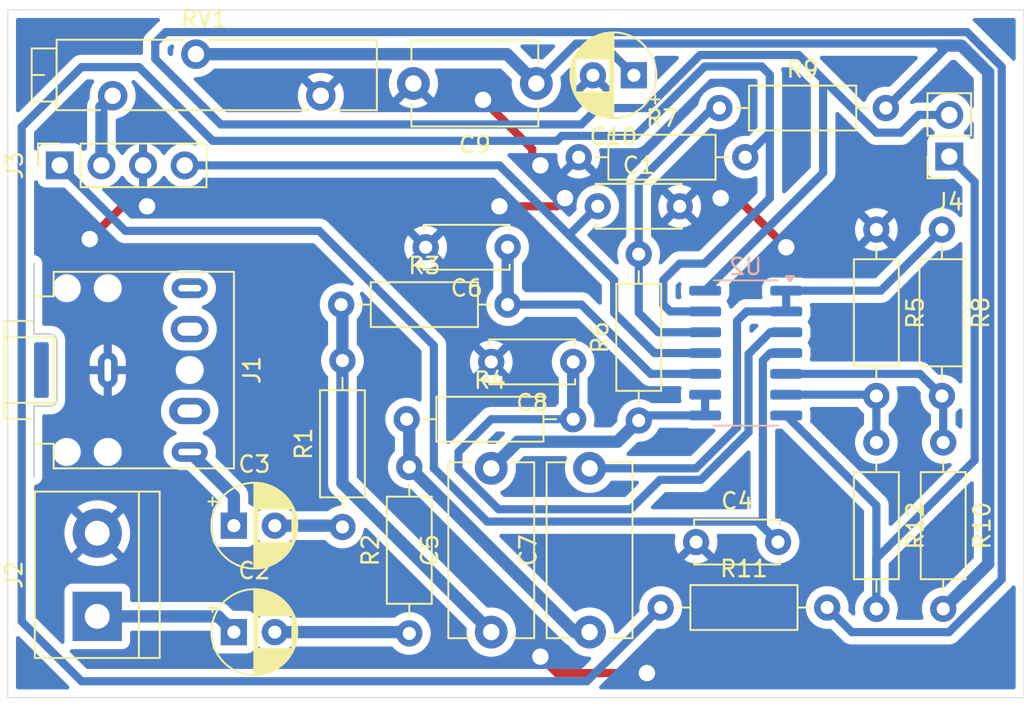
<source format=kicad_pcb>
(kicad_pcb (version 20240108) (generator "pcbnew") (generator_version "8.0")
  (layers (0 "F.Cu" signal) (31 "B.Cu" signal) (34 "B.Paste" user) (35 "F.Paste" user) (36 "B.SilkS" user "B.Silkscreen") (37 "F.SilkS" user "F.Silkscreen") (38 "B.Mask" user) (39 "F.Mask" user) (44 "Edge.Cuts" user))
  (net 0 "")
  (net 1 "-5V")
  (net 2 "GND")
  (net 3 "Net-(C2-Pad2)")
  (net 4 "Net-(C3-Pad1)")
  (net 5 "Net-(C3-Pad2)")
  (net 6 "+5V")
  (net 7 "Net-(C5-Pad1)")
  (net 8 "Net-(U2C--)")
  (net 9 "Net-(U2C-+)")
  (net 10 "Net-(U2A--)")
  (net 11 "Net-(C7-Pad1)")
  (net 12 "Net-(U2A-+)")
  (net 13 "OFFSET")
  (net 15 "+3.3V")
  (net 16 "S1_OUT")
  (net 17 "S2_OUT")
  (net 18 "Net-(U2B--)")
  (net 19 "Net-(U2D-+)")
  (net 20 "Net-(U2D--)")
  (net 21 "Net-(U2B-+)")
  (net 22 "Net-(J2-Pin_1)")
  (footprint "Capacitor_THT:C_Disc_D7.5mm_W5.0mm_P7.50mm" (layer "F.Cu") (at 136.25 82 180)
    (property "Reference" "C9" (at 3.75 -3.75 180) (layer "F.SilkS"))
    (property "Value" "10nF")
    (pad "1" thru_hole circle (at 0 0 180) (size 2 2) (drill 1) (layers "*.Cu" "*.Mask") (net 13 "OFFSET"))
    (pad "2" thru_hole circle (at 7.5 0 180) (size 2 2) (drill 1) (layers "*.Cu" "*.Mask") (net 2 "GND"))
  )
  (footprint "Capacitor_THT:C_Disc_D5.0mm_W2.5mm_P5.00mm" (layer "F.Cu") (at 146 110)
    (property "Reference" "C4" (at 2.5 -2.5 0) (layer "F.SilkS"))
    (property "Value" "100nF")
    (pad "1" thru_hole circle (at 0 0) (size 1.6 1.6) (drill 0.8) (layers "*.Cu" "*.Mask") (net 2 "GND"))
    (pad "2" thru_hole circle (at 5 0) (size 1.6 1.6) (drill 0.8) (layers "*.Cu" "*.Mask") (net 6 "+5V"))
  )
  (footprint "Resistor_THT:R_Axial_DIN0207_L6.3mm_D2.5mm_P10.16mm_Horizontal" (layer "F.Cu") (at 128.5 115.58 90)
    (property "Reference" "R2" (at 5.08 -2.37 -90) (layer "F.SilkS"))
    (property "Value" "5.6K")
    (pad "1" thru_hole circle (at 0 0 90) (size 1.6 1.6) (drill 0.8) (layers "*.Cu" "*.Mask") (net 3 "Net-(C2-Pad2)"))
    (pad "2" thru_hole oval (at 10.16 0 90) (size 1.6 1.6) (drill 0.8) (layers "*.Cu" "*.Mask") (net 11 "Net-(C7-Pad1)"))
  )
  (footprint "Connector_PinSocket_2.54mm:PinSocket_1x04_P2.54mm_Vertical" (layer "F.Cu") (at 107.175 87 90)
    (property "Reference" "J3" (at 0 -2.77 -90) (layer "F.SilkS"))
    (property "Value" "POWER")
    (pad "1" thru_hole rect (at 0 0 90) (size 1.7 1.7) (drill 1) (layers "*.Cu" "*.Mask") (net 6 "+5V"))
    (pad "2" thru_hole oval (at 0 2.54 90) (size 1.7 1.7) (drill 1) (layers "*.Cu" "*.Mask") (net 15 "+3.3V"))
    (pad "3" thru_hole oval (at 0 5.08 90) (size 1.7 1.7) (drill 1) (layers "*.Cu" "*.Mask") (net 2 "GND"))
    (pad "4" thru_hole oval (at 0 7.62 90) (size 1.7 1.7) (drill 1) (layers "*.Cu" "*.Mask") (net 1 "-5V"))
  )
  (footprint "Resistor_THT:R_Axial_DIN0207_L6.3mm_D2.5mm_P10.16mm_Horizontal" (layer "F.Cu") (at 138.84 86.5)
    (property "Reference" "R7" (at 5.08 -2.37 0) (layer "F.SilkS"))
    (property "Value" "100K")
    (pad "1" thru_hole circle (at 0 0) (size 1.6 1.6) (drill 0.8) (layers "*.Cu" "*.Mask") (net 2 "GND"))
    (pad "2" thru_hole oval (at 10.16 0) (size 1.6 1.6) (drill 0.8) (layers "*.Cu" "*.Mask") (net 20 "Net-(U2D--)"))
  )
  (footprint "Capacitor_THT:CP_Radial_D5.0mm_P2.50mm" (layer "F.Cu") (at 117.794888 109)
    (property "Reference" "C3" (at 1.25 -3.75 0) (layer "F.SilkS"))
    (property "Value" "10uF")
    (pad "1" thru_hole rect (at 0 0) (size 1.6 1.6) (drill 0.8) (layers "*.Cu" "*.Mask") (net 4 "Net-(C3-Pad1)"))
    (pad "2" thru_hole circle (at 2.5 0) (size 1.6 1.6) (drill 0.8) (layers "*.Cu" "*.Mask") (net 5 "Net-(C3-Pad2)"))
  )
  (footprint "Resistor_THT:R_Axial_DIN0207_L6.3mm_D2.5mm_P10.16mm_Horizontal" (layer "F.Cu") (at 147.42 83.5)
    (property "Reference" "R9" (at 5.08 -2.37 0) (layer "F.SilkS"))
    (property "Value" "150K")
    (pad "1" thru_hole circle (at 0 0) (size 1.6 1.6) (drill 0.8) (layers "*.Cu" "*.Mask") (net 19 "Net-(U2D-+)"))
    (pad "2" thru_hole oval (at 10.16 0) (size 1.6 1.6) (drill 0.8) (layers "*.Cu" "*.Mask") (net 13 "OFFSET"))
  )
  (footprint "Connector_PinSocket_2.54mm:PinSocket_1x02_P2.54mm_Vertical" (layer "F.Cu") (at 161.45 86.46 180)
    (property "Reference" "J4" (at 0 -2.77 180) (layer "F.SilkS"))
    (property "Value" "DATA")
    (pad "1" thru_hole rect (at 0 0 180) (size 1.7 1.7) (drill 1) (layers "*.Cu" "*.Mask") (net 16 "S1_OUT"))
    (pad "2" thru_hole oval (at 0 2.54 180) (size 1.7 1.7) (drill 1) (layers "*.Cu" "*.Mask") (net 17 "S2_OUT"))
  )
  (footprint "Resistor_THT:R_Axial_DIN0207_L6.3mm_D2.5mm_P10.16mm_Horizontal" (layer "F.Cu") (at 128.34 102.5)
    (property "Reference" "R4" (at 5.08 -2.37 0) (layer "F.SilkS"))
    (property "Value" "10K")
    (pad "1" thru_hole circle (at 0 0) (size 1.6 1.6) (drill 0.8) (layers "*.Cu" "*.Mask") (net 11 "Net-(C7-Pad1)"))
    (pad "2" thru_hole oval (at 10.16 0) (size 1.6 1.6) (drill 0.8) (layers "*.Cu" "*.Mask") (net 12 "Net-(U2A-+)"))
  )
  (footprint "Capacitor_THT:CP_Radial_D5.0mm_P2.50mm" (layer "F.Cu") (at 142.205113 81.5 180)
    (property "Reference" "C10" (at 1.25 -3.75 180) (layer "F.SilkS"))
    (property "Value" "10uF")
    (pad "1" thru_hole rect (at 0 0 180) (size 1.6 1.6) (drill 0.8) (layers "*.Cu" "*.Mask") (net 13 "OFFSET"))
    (pad "2" thru_hole circle (at 2.5 0 180) (size 1.6 1.6) (drill 0.8) (layers "*.Cu" "*.Mask") (net 2 "GND"))
  )
  (footprint "Resistor_THT:R_Axial_DIN0207_L6.3mm_D2.5mm_P10.16mm_Horizontal" (layer "F.Cu") (at 161 90.92 -90)
    (property "Reference" "R8" (at 5.08 -2.37 90) (layer "F.SilkS"))
    (property "Value" "100K")
    (pad "1" thru_hole circle (at 0 0 270) (size 1.6 1.6) (drill 0.8) (layers "*.Cu" "*.Mask") (net 10 "Net-(U2A--)"))
    (pad "2" thru_hole oval (at 10.16 0 270) (size 1.6 1.6) (drill 0.8) (layers "*.Cu" "*.Mask") (net 21 "Net-(U2B-+)"))
  )
  (footprint "Capacitor_THT:C_Disc_D5.0mm_W2.5mm_P5.00mm" (layer "F.Cu") (at 140 89.5)
    (property "Reference" "C1" (at 2.5 -2.5 0) (layer "F.SilkS"))
    (property "Value" "100nF")
    (pad "1" thru_hole circle (at 0 0) (size 1.6 1.6) (drill 0.8) (layers "*.Cu" "*.Mask") (net 1 "-5V"))
    (pad "2" thru_hole circle (at 5 0) (size 1.6 1.6) (drill 0.8) (layers "*.Cu" "*.Mask") (net 2 "GND"))
  )
  (footprint "Resistor_THT:R_Axial_DIN0207_L6.3mm_D2.5mm_P10.16mm_Horizontal" (layer "F.Cu") (at 143.84 114)
    (property "Reference" "R11" (at 5.08 -2.37 0) (layer "F.SilkS"))
    (property "Value" "150K")
    (pad "1" thru_hole circle (at 0 0) (size 1.6 1.6) (drill 0.8) (layers "*.Cu" "*.Mask") (net 20 "Net-(U2D--)"))
    (pad "2" thru_hole oval (at 10.16 0) (size 1.6 1.6) (drill 0.8) (layers "*.Cu" "*.Mask") (net 17 "S2_OUT"))
  )
  (footprint "Potentiometer_THT:Potentiometer_Bourns_3005_Horizontal" (layer "F.Cu") (at 123.1 82.75)
    (property "Reference" "RV1" (at -7.11 -4.69 0) (layer "F.SilkS"))
    (property "Value" "10K")
    (pad "1" thru_hole circle (at 0 0) (size 1.8 1.8) (drill 1) (layers "*.Cu" "*.Mask") (net 2 "GND"))
    (pad "2" thru_hole circle (at -7.62 -2.54) (size 1.8 1.8) (drill 1) (layers "*.Cu" "*.Mask") (net 13 "OFFSET"))
    (pad "3" thru_hole circle (at -12.7 0) (size 1.8 1.8) (drill 1) (layers "*.Cu" "*.Mask") (net 15 "+3.3V"))
  )
  (footprint "Connector_Audio:Jack_3.5mm_CUI_SJ1-3525N_Horizontal" (layer "F.Cu") (at 110.1 99.5 -90)
    (property "Reference" "J1" (at 0 -8.8 90) (layer "F.SilkS"))
    (property "Value" "S2_INPUT")
    (fp_line (start -2.2 4.5) (end -6.5 4.5) (stroke (width 0.12)) (layer "Edge.Cuts"))
    (fp_line (start 2.2 4.5) (end 6.5 4.5) (stroke (width 0.12)) (layer "Edge.Cuts"))
    (fp_line (start -2.2 3.5) (end -2.2 4.5) (stroke (width 0.12)) (layer "Edge.Cuts"))
    (fp_line (start 2.2 3.5) (end 2.2 4.5) (stroke (width 0.12)) (layer "Edge.Cuts"))
    (fp_line (start 1.8 3.1) (end -1.8 3.1) (stroke (width 0.12)) (layer "Edge.Cuts"))
    (fp_arc (start -2.2 3.5) (mid -2.082842 3.217158) (end -1.8 3.1) (stroke (width 0.12)) (layer "Edge.Cuts"))
    (fp_arc (start 1.8 3.1) (mid 2.082843 3.217157) (end 2.2 3.5) (stroke (width 0.12)) (layer "Edge.Cuts"))
    (pad "" np_thru_hole circle (at -5 0 270) (size 1.2 1.2) (drill 1.2) (layers "F&B.Cu" "*.Mask"))
    (pad "" np_thru_hole circle (at -5 2.5 270) (size 1.2 1.2) (drill 1.2) (layers "F&B.Cu" "*.Mask"))
    (pad "" np_thru_hole circle (at 0 -5 270) (size 1.2 1.2) (drill 1.2) (layers "F&B.Cu" "*.Mask"))
    (pad "" np_thru_hole circle (at 5 0 270) (size 1.2 1.2) (drill 1.2) (layers "F&B.Cu" "*.Mask"))
    (pad "" np_thru_hole circle (at 5 2.5 270) (size 1.2 1.2) (drill 1.2) (layers "F&B.Cu" "*.Mask"))
    (pad "R" thru_hole oval (at -5 -5 270) (size 1.2 2.2) (drill oval 0.4 1.4) (layers "*.Cu" "*.Mask"))
    (pad "RN" thru_hole oval (at -2.5 -5 270) (size 1.6 2.3) (drill oval 0.8 1.5) (layers "*.Cu" "*.Mask"))
    (pad "S" thru_hole oval (at 0 0 270) (size 2.2 1.2) (drill oval 1.4 0.4) (layers "*.Cu" "*.Mask") (net 2 "GND"))
    (pad "T" thru_hole oval (at 5 -5 90) (size 1.2 2.2) (drill oval 0.4 1.4) (layers "*.Cu" "*.Mask") (net 4 "Net-(C3-Pad1)"))
    (pad "TN" thru_hole oval (at 2.5 -5 90) (size 1.6 2.5) (drill oval 0.8 1.5) (layers "*.Cu" "*.Mask"))
  )
  (footprint "Resistor_THT:R_Axial_DIN0207_L6.3mm_D2.5mm_P10.16mm_Horizontal" (layer "F.Cu") (at 124.42 109.08 90)
    (property "Reference" "R1" (at 5.08 -2.37 -90) (layer "F.SilkS"))
    (property "Value" "5.6K")
    (pad "1" thru_hole circle (at 0 0 90) (size 1.6 1.6) (drill 0.8) (layers "*.Cu" "*.Mask") (net 5 "Net-(C3-Pad2)"))
    (pad "2" thru_hole oval (at 10.16 0 90) (size 1.6 1.6) (drill 0.8) (layers "*.Cu" "*.Mask") (net 7 "Net-(C5-Pad1)"))
  )
  (footprint "Resistor_THT:R_Axial_DIN0207_L6.3mm_D2.5mm_P10.16mm_Horizontal" (layer "F.Cu") (at 142.5 102.58 90)
    (property "Reference" "R6" (at 5.08 -2.37 -90) (layer "F.SilkS"))
    (property "Value" "100K")
    (pad "1" thru_hole circle (at 0 0 90) (size 1.6 1.6) (drill 0.8) (layers "*.Cu" "*.Mask") (net 8 "Net-(U2C--)"))
    (pad "2" thru_hole oval (at 10.16 0 90) (size 1.6 1.6) (drill 0.8) (layers "*.Cu" "*.Mask") (net 19 "Net-(U2D-+)"))
  )
  (footprint "Capacitor_THT:C_Disc_D5.0mm_W2.5mm_P5.00mm" (layer "F.Cu") (at 138.5 99 180)
    (property "Reference" "C8" (at 2.5 -2.5 180) (layer "F.SilkS"))
    (property "Value" "5.6nF")
    (pad "1" thru_hole circle (at 0 0 180) (size 1.6 1.6) (drill 0.8) (layers "*.Cu" "*.Mask") (net 12 "Net-(U2A-+)"))
    (pad "2" thru_hole circle (at 5 0 180) (size 1.6 1.6) (drill 0.8) (layers "*.Cu" "*.Mask") (net 2 "GND"))
  )
  (footprint "Capacitor_THT:C_Disc_D10.5mm_W5.0mm_P10.00mm" (layer "F.Cu") (at 139.5 115.5 90)
    (property "Reference" "C7" (at 5 -3.75 -90) (layer "F.SilkS"))
    (property "Value" "10nF")
    (pad "1" thru_hole circle (at 0 0 90) (size 2 2) (drill 1) (layers "*.Cu" "*.Mask") (net 11 "Net-(C7-Pad1)"))
    (pad "2" thru_hole circle (at 10 0 90) (size 2 2) (drill 1) (layers "*.Cu" "*.Mask") (net 10 "Net-(U2A--)"))
  )
  (footprint "Resistor_THT:R_Axial_DIN0207_L6.3mm_D2.5mm_P10.16mm_Horizontal" (layer "F.Cu") (at 161.08 103.92 -90)
    (property "Reference" "R10" (at 5.08 -2.37 90) (layer "F.SilkS"))
    (property "Value" "150K")
    (pad "1" thru_hole circle (at 0 0 270) (size 1.6 1.6) (drill 0.8) (layers "*.Cu" "*.Mask") (net 21 "Net-(U2B-+)"))
    (pad "2" thru_hole oval (at 10.16 0 270) (size 1.6 1.6) (drill 0.8) (layers "*.Cu" "*.Mask") (net 13 "OFFSET"))
  )
  (footprint "Capacitor_THT:C_Disc_D5.0mm_W2.5mm_P5.00mm" (layer "F.Cu") (at 134.5 92 180)
    (property "Reference" "C6" (at 2.5 -2.5 180) (layer "F.SilkS"))
    (property "Value" "5.6nF")
    (pad "1" thru_hole circle (at 0 0 180) (size 1.6 1.6) (drill 0.8) (layers "*.Cu" "*.Mask") (net 9 "Net-(U2C-+)"))
    (pad "2" thru_hole circle (at 5 0 180) (size 1.6 1.6) (drill 0.8) (layers "*.Cu" "*.Mask") (net 2 "GND"))
  )
  (footprint "Capacitor_THT:CP_Radial_D5.0mm_P2.50mm" (layer "F.Cu") (at 117.794888 115.5)
    (property "Reference" "C2" (at 1.25 -3.75 0) (layer "F.SilkS"))
    (property "Value" "10uF")
    (pad "1" thru_hole rect (at 0 0) (size 1.6 1.6) (drill 0.8) (layers "*.Cu" "*.Mask") (net 22 "Net-(J2-Pin_1)"))
    (pad "2" thru_hole circle (at 2.5 0) (size 1.6 1.6) (drill 0.8) (layers "*.Cu" "*.Mask") (net 3 "Net-(C2-Pad2)"))
  )
  (footprint "Resistor_THT:R_Axial_DIN0207_L6.3mm_D2.5mm_P10.16mm_Horizontal" (layer "F.Cu") (at 124.34 95.5)
    (property "Reference" "R3" (at 5.08 -2.37 0) (layer "F.SilkS"))
    (property "Value" "10K")
    (pad "1" thru_hole circle (at 0 0) (size 1.6 1.6) (drill 0.8) (layers "*.Cu" "*.Mask") (net 7 "Net-(C5-Pad1)"))
    (pad "2" thru_hole oval (at 10.16 0) (size 1.6 1.6) (drill 0.8) (layers "*.Cu" "*.Mask") (net 9 "Net-(U2C-+)"))
  )
  (footprint "Resistor_THT:R_Axial_DIN0207_L6.3mm_D2.5mm_P10.16mm_Horizontal" (layer "F.Cu") (at 157 90.92 -90)
    (property "Reference" "R5" (at 5.08 -2.37 90) (layer "F.SilkS"))
    (property "Value" "100K")
    (pad "1" thru_hole circle (at 0 0 270) (size 1.6 1.6) (drill 0.8) (layers "*.Cu" "*.Mask") (net 2 "GND"))
    (pad "2" thru_hole oval (at 10.16 0 270) (size 1.6 1.6) (drill 0.8) (layers "*.Cu" "*.Mask") (net 18 "Net-(U2B--)"))
  )
  (footprint "Capacitor_THT:C_Disc_D10.5mm_W5.0mm_P10.00mm" (layer "F.Cu") (at 133.5 115.5 90)
    (property "Reference" "C5" (at 5 -3.75 -90) (layer "F.SilkS"))
    (property "Value" "10nF")
    (pad "1" thru_hole circle (at 0 0 90) (size 2 2) (drill 1) (layers "*.Cu" "*.Mask") (net 7 "Net-(C5-Pad1)"))
    (pad "2" thru_hole circle (at 10 0 90) (size 2 2) (drill 1) (layers "*.Cu" "*.Mask") (net 8 "Net-(U2C--)"))
  )
  (footprint "TerminalBlock:TerminalBlock_bornier-2_P5.08mm" (layer "F.Cu") (at 109.46 114.54 90)
    (property "Reference" "J2" (at 2.54 -5.08 -90) (layer "F.SilkS"))
    (property "Value" "S1_INPUT")
    (pad "1" thru_hole rect (at 0 0 90) (size 3 3) (drill 1.52) (layers "*.Cu" "*.Mask") (net 22 "Net-(J2-Pin_1)"))
    (pad "2" thru_hole circle (at 5.08 0 90) (size 3 3) (drill 1.52) (layers "*.Cu" "*.Mask") (net 2 "GND"))
  )
  (footprint "Resistor_THT:R_Axial_DIN0207_L6.3mm_D2.5mm_P10.16mm_Horizontal" (layer "F.Cu") (at 157 103.92 -90)
    (property "Reference" "R12" (at 5.08 -2.37 90) (layer "F.SilkS"))
    (property "Value" "150K")
    (pad "1" thru_hole circle (at 0 0 270) (size 1.6 1.6) (drill 0.8) (layers "*.Cu" "*.Mask") (net 18 "Net-(U2B--)"))
    (pad "2" thru_hole oval (at 10.16 0 270) (size 1.6 1.6) (drill 0.8) (layers "*.Cu" "*.Mask") (net 16 "S1_OUT"))
  )
  (footprint "Package_SO:SOIC-14_3.9x8.7mm_P1.27mm" (layer "B.Cu") (at 149.025 98.46 180)
    (property "Reference" "U2" (at 0 5.28 180) (layer "B.SilkS") (effects (justify mirror)))
    (property "Value" "OPA4134")
    (pad "1" smd roundrect (at -2.475 3.81 180) (size 1.95 0.6) (layers "B.Cu" "B.Paste" "B.Mask") (net 10 "Net-(U2A--)"))
    (pad "2" smd roundrect (at -2.475 2.54 180) (size 1.95 0.6) (layers "B.Cu" "B.Paste" "B.Mask") (net 10 "Net-(U2A--)"))
    (pad "3" smd roundrect (at -2.475 1.27 180) (size 1.95 0.6) (layers "B.Cu" "B.Paste" "B.Mask") (net 12 "Net-(U2A-+)"))
    (pad "4" smd roundrect (at -2.475 0 180) (size 1.95 0.6) (layers "B.Cu" "B.Paste" "B.Mask") (net 6 "+5V"))
    (pad "5" smd roundrect (at -2.475 -1.27 180) (size 1.95 0.6) (layers "B.Cu" "B.Paste" "B.Mask") (net 21 "Net-(U2B-+)"))
    (pad "6" smd roundrect (at -2.475 -2.54 180) (size 1.95 0.6) (layers "B.Cu" "B.Paste" "B.Mask") (net 18 "Net-(U2B--)"))
    (pad "7" smd roundrect (at -2.475 -3.81 180) (size 1.95 0.6) (layers "B.Cu" "B.Paste" "B.Mask") (net 16 "S1_OUT"))
    (pad "8" smd roundrect (at 2.475 -3.81 180) (size 1.95 0.6) (layers "B.Cu" "B.Paste" "B.Mask") (net 8 "Net-(U2C--)"))
    (pad "9" smd roundrect (at 2.475 -2.54 180) (size 1.95 0.6) (layers "B.Cu" "B.Paste" "B.Mask") (net 8 "Net-(U2C--)"))
    (pad "10" smd roundrect (at 2.475 -1.27 180) (size 1.95 0.6) (layers "B.Cu" "B.Paste" "B.Mask") (net 9 "Net-(U2C-+)"))
    (pad "11" smd roundrect (at 2.475 0 180) (size 1.95 0.6) (layers "B.Cu" "B.Paste" "B.Mask") (net 1 "-5V"))
    (pad "12" smd roundrect (at 2.475 1.27 180) (size 1.95 0.6) (layers "B.Cu" "B.Paste" "B.Mask") (net 19 "Net-(U2D-+)"))
    (pad "13" smd roundrect (at 2.475 2.54 180) (size 1.95 0.6) (layers "B.Cu" "B.Paste" "B.Mask") (net 20 "Net-(U2D--)"))
    (pad "14" smd roundrect (at 2.475 3.81 180) (size 1.95 0.6) (layers "B.Cu" "B.Paste" "B.Mask") (net 17 "S2_OUT"))
  )
  (gr_line (start 166 119.5) (end 166 77.5) (stroke (width 0.05)) (layer "Edge.Cuts"))
  (gr_line (start 104 119.5) (end 166 119.5) (stroke (width 0.05)) (layer "Edge.Cuts"))
  (gr_line (start 104 77.5) (end 104 119.5) (stroke (width 0.05)) (layer "Edge.Cuts"))
  (gr_line (start 166 77.5) (end 104 77.5) (stroke (width 0.05)) (layer "Edge.Cuts"))
  (segment (start 143.46 98.46) (end 141 96) (width 0.5) (layer "B.Cu") (net 1))
  (segment (start 141 94) (end 139.5 92.5) (width 0.5) (layer "B.Cu") (net 1))
  (segment (start 141 96) (end 141 94) (width 0.5) (layer "B.Cu") (net 1))
  (segment (start 138.25 91.25) (end 134 87) (width 0.5) (layer "B.Cu") (net 1))
  (segment (start 139.5 92.5) (end 138.25 91.25) (width 0.5) (layer "B.Cu") (net 1))
  (segment (start 146.55 98.46) (end 143.46 98.46) (width 0.5) (layer "B.Cu") (net 1))
  (segment (start 134 87) (end 114.795 87) (width 0.5) (layer "B.Cu") (net 1))
  (segment (start 140 89.5) (end 138.25 91.25) (width 0.5) (layer "B.Cu") (net 1))
  (segment (start 136.5 87) (end 136 86.5) (width 0.5) (layer "F.Cu") (net 2))
  (segment (start 136.5 117) (end 137.5 118) (width 0.5) (layer "F.Cu") (net 2))
  (segment (start 111 89.5) (end 109 91.5) (width 0.5) (layer "F.Cu") (net 2))
  (segment (start 112.5 89.5) (end 111 89.5) (width 0.5) (layer "F.Cu") (net 2))
  (segment (start 137.5 118) (end 143 118) (width 0.5) (layer "F.Cu") (net 2))
  (segment (start 134 89.5) (end 137.5 89.5) (width 0.5) (layer "F.Cu") (net 2))
  (segment (start 136 86) (end 133 83) (width 0.5) (layer "F.Cu") (net 2))
  (segment (start 137.5 89.5) (end 138 89) (width 0.5) (layer "F.Cu") (net 2))
  (segment (start 148.5 89) (end 151.5 92) (width 0.5) (layer "F.Cu") (net 2))
  (segment (start 136 86.5) (end 136 86) (width 0.5) (layer "F.Cu") (net 2))
  (segment (start 147.5 89) (end 148.5 89) (width 0.5) (layer "F.Cu") (net 2))
  (via (at 138 89) (size 1.5) (drill 1) (layers "F.Cu" "B.Cu") (net 2))
  (via (at 136.5 117) (size 1.5) (drill 1) (layers "F.Cu" "B.Cu") (net 2))
  (via (at 136.5 87) (size 1.5) (drill 1) (layers "F.Cu" "B.Cu") (net 2))
  (via (at 133 83) (size 1.5) (drill 1) (layers "F.Cu" "B.Cu") (net 2))
  (via (at 151.5 92) (size 1.5) (drill 1) (layers "F.Cu" "B.Cu") (net 2))
  (via (at 109 91.5) (size 1.5) (drill 1) (layers "F.Cu" "B.Cu") (net 2))
  (via (at 112.5 89.5) (size 1.5) (drill 1) (layers "F.Cu" "B.Cu") (net 2))
  (via (at 134 89.5) (size 1.5) (drill 1) (layers "F.Cu" "B.Cu") (net 2))
  (via (at 147.5 89) (size 1.5) (drill 1) (layers "F.Cu" "B.Cu") (net 2))
  (via (at 143 118) (size 1.5) (drill 1) (layers "F.Cu" "B.Cu") (net 2))
  (segment (start 120.294888 115.5) (end 128.42 115.5) (width 0.75) (layer "B.Cu") (net 3))
  (segment (start 128.42 115.5) (end 128.5 115.58) (width 0.75) (layer "B.Cu") (net 3))
  (segment (start 117.794888 107.194888) (end 115.1 104.5) (width 0.75) (layer "B.Cu") (net 4))
  (segment (start 117.794888 109) (end 117.794888 107.194888) (width 0.75) (layer "B.Cu") (net 4))
  (segment (start 124.34 109) (end 124.42 109.08) (width 0.75) (layer "B.Cu") (net 5))
  (segment (start 120.294888 109) (end 124.34 109) (width 0.75) (layer "B.Cu") (net 5))
  (segment (start 133.25 108.75) (end 130 105.5) (width 0.5) (layer "B.Cu") (net 6))
  (segment (start 150.075 109.075) (end 150.075 98.910001) (width 0.5) (layer "B.Cu") (net 6))
  (segment (start 130 98) (end 129.75 97.75) (width 0.5) (layer "B.Cu") (net 6))
  (segment (start 150.075 98.910001) (end 150.525001 98.46) (width 0.5) (layer "B.Cu") (net 6))
  (segment (start 150.075 109.075) (end 149.75 108.75) (width 0.5) (layer "B.Cu") (net 6))
  (segment (start 150.525001 98.46) (end 151.5 98.46) (width 0.5) (layer "B.Cu") (net 6))
  (segment (start 123 91) (end 129.75 97.75) (width 0.5) (layer "B.Cu") (net 6))
  (segment (start 151 110) (end 150.075 109.075) (width 0.5) (layer "B.Cu") (net 6))
  (segment (start 107.175 87) (end 111.175 91) (width 0.5) (layer "B.Cu") (net 6))
  (segment (start 111.175 91) (end 123 91) (width 0.5) (layer "B.Cu") (net 6))
  (segment (start 130 105.5) (end 130 98) (width 0.5) (layer "B.Cu") (net 6))
  (segment (start 149.75 108.75) (end 133.25 108.75) (width 0.5) (layer "B.Cu") (net 6))
  (segment (start 124.42 95.58) (end 124.34 95.5) (width 0.75) (layer "B.Cu") (net 7))
  (segment (start 124.42 106.42) (end 133.5 115.5) (width 0.75) (layer "B.Cu") (net 7))
  (segment (start 124.42 98.92) (end 124.42 95.58) (width 0.75) (layer "B.Cu") (net 7))
  (segment (start 124.42 98.92) (end 124.42 106.42) (width 0.75) (layer "B.Cu") (net 7))
  (segment (start 133.5 105.5) (end 135.125 103.875) (width 0.75) (layer "B.Cu") (net 8))
  (segment (start 146.55 102.27) (end 142.81 102.27) (width 0.5) (layer "B.Cu") (net 8))
  (segment (start 142.81 102.27) (end 142.5 102.58) (width 0.5) (layer "B.Cu") (net 8))
  (segment (start 135.125 103.875) (end 141.205 103.875) (width 0.75) (layer "B.Cu") (net 8))
  (segment (start 141.205 103.875) (end 142.5 102.58) (width 0.75) (layer "B.Cu") (net 8))
  (segment (start 146.55 101) (end 146.55 102.27) (width 0.5) (layer "B.Cu") (net 8))
  (segment (start 143.23 99.73) (end 139 95.5) (width 0.5) (layer "B.Cu") (net 9))
  (segment (start 134.5 95.5) (end 134.5 92) (width 0.75) (layer "B.Cu") (net 9))
  (segment (start 139 95.5) (end 134.5 95.5) (width 0.5) (layer "B.Cu") (net 9))
  (segment (start 146.55 99.73) (end 143.23 99.73) (width 0.5) (layer "B.Cu") (net 9))
  (segment (start 151.5 94.65) (end 157.27 94.65) (width 0.5) (layer "B.Cu") (net 10))
  (segment (start 148.5 96.5) (end 148.5 103) (width 0.5) (layer "B.Cu") (net 10))
  (segment (start 151.5 94.65) (end 151.5 95.92) (width 0.5) (layer "B.Cu") (net 10))
  (segment (start 151.5 95.92) (end 149.08 95.92) (width 0.5) (layer "B.Cu") (net 10))
  (segment (start 146 105.5) (end 139.5 105.5) (width 0.5) (layer "B.Cu") (net 10))
  (segment (start 149.08 95.92) (end 148.5 96.5) (width 0.5) (layer "B.Cu") (net 10))
  (segment (start 157.27 94.65) (end 161 90.92) (width 0.5) (layer "B.Cu") (net 10))
  (segment (start 148.5 103) (end 146 105.5) (width 0.5) (layer "B.Cu") (net 10))
  (segment (start 128.5 105.42) (end 128.5 102.66) (width 0.75) (layer "B.Cu") (net 11))
  (segment (start 128.5 105.42) (end 138.58 115.5) (width 0.75) (layer "B.Cu") (net 11))
  (segment (start 138.58 115.5) (end 139.5 115.5) (width 0.75) (layer "B.Cu") (net 11))
  (segment (start 128.5 102.66) (end 128.34 102.5) (width 0.75) (layer "B.Cu") (net 11))
  (segment (start 150.525001 97.19) (end 149.2 98.515001) (width 0.5) (layer "B.Cu") (net 12))
  (segment (start 143.8 106.2) (end 142 108) (width 0.5) (layer "B.Cu") (net 12))
  (segment (start 138.5 102.5) (end 138.5 99) (width 0.75) (layer "B.Cu") (net 12))
  (segment (start 149.2 98.515001) (end 149.2 103.28995) (width 0.5) (layer "B.Cu") (net 12))
  (segment (start 131.5 104.5) (end 133.5 102.5) (width 0.5) (layer "B.Cu") (net 12))
  (segment (start 131.5 105.55061) (end 131.5 104.5) (width 0.5) (layer "B.Cu") (net 12))
  (segment (start 149.2 103.28995) (end 146.289949 106.2) (width 0.5) (layer "B.Cu") (net 12))
  (segment (start 142 108) (end 133.94939 108) (width 0.5) (layer "B.Cu") (net 12))
  (segment (start 133.5 102.5) (end 138.5 102.5) (width 0.5) (layer "B.Cu") (net 12))
  (segment (start 151.5 97.19) (end 150.525001 97.19) (width 0.5) (layer "B.Cu") (net 12))
  (segment (start 133.94939 108) (end 131.5 105.55061) (width 0.5) (layer "B.Cu") (net 12))
  (segment (start 146.289949 106.2) (end 143.8 106.2) (width 0.5) (layer "B.Cu") (net 12))
  (segment (start 115.48 80.21) (end 134.46 80.21) (width 0.75) (layer "B.Cu") (net 13))
  (segment (start 160.975 79.685) (end 161 79.685) (width 0.5) (layer "B.Cu") (net 13))
  (segment (start 134.46 80.21) (end 136.25 82) (width 0.75) (layer "B.Cu") (net 13))
  (segment (start 161.395 79.685) (end 162.185 79.685) (width 0.5) (layer "B.Cu") (net 13))
  (segment (start 162.185 79.685) (end 162.06 79.56) (width 0.5) (layer "B.Cu") (net 13))
  (segment (start 140.265113 79.56) (end 139.5 79.56) (width 0.5) (layer "B.Cu") (net 13))
  (segment (start 161.08 114.08) (end 163.825 111.335) (width 0.75) (layer "B.Cu") (net 13))
  (segment (start 157.58 83.5) (end 161.395 79.685) (width 0.5) (layer "B.Cu") (net 13))
  (segment (start 162.06 79.56) (end 139.5 79.56) (width 0.5) (layer "B.Cu") (net 13))
  (segment (start 139.5 79.56) (end 138.69 79.56) (width 0.5) (layer "B.Cu") (net 13))
  (segment (start 163.825 111.335) (end 163.825 81.325) (width 0.75) (layer "B.Cu") (net 13))
  (segment (start 163.825 81.325) (end 162.185 79.685) (width 0.75) (layer "B.Cu") (net 13))
  (segment (start 162.185 79.685) (end 161 79.685) (width 0.75) (layer "B.Cu") (net 13))
  (segment (start 142.205113 81.5) (end 140.265113 79.56) (width 0.5) (layer "B.Cu") (net 13))
  (segment (start 138.69 79.56) (end 136.25 82) (width 0.5) (layer "B.Cu") (net 13))
  (segment (start 109.715 83.435) (end 110.4 82.75) (width 0.75) (layer "B.Cu") (net 15))
  (segment (start 109.715 87) (end 109.715 83.435) (width 0.75) (layer "B.Cu") (net 15))
  (segment (start 157 111) (end 157 114.08) (width 0.5) (layer "B.Cu") (net 16))
  (segment (start 163 105) (end 157 111) (width 0.5) (layer "B.Cu") (net 16))
  (segment (start 157 107.77) (end 157 114.08) (width 0.5) (layer "B.Cu") (net 16))
  (segment (start 151.5 102.27) (end 157 107.77) (width 0.5) (layer "B.Cu") (net 16))
  (segment (start 163 88.01) (end 163 105) (width 0.5) (layer "B.Cu") (net 16))
  (segment (start 161.45 86.46) (end 163 88.01) (width 0.5) (layer "B.Cu") (net 16))
  (segment (start 164.65 80.983274) (end 164.65 112.277767) (width 0.5) (layer "B.Cu") (net 17))
  (segment (start 158.5 85) (end 157 85) (width 0.5) (layer "B.Cu") (net 17))
  (segment (start 113 80.5) (end 113 79.5) (width 0.5) (layer "B.Cu") (net 17))
  (segment (start 139 84.5) (end 117 84.5) (width 0.5) (layer "B.Cu") (net 17))
  (segment (start 164.65 112.277767) (end 161.427767 115.5) (width 0.5) (layer "B.Cu") (net 17))
  (segment (start 146.55 94.65) (end 153.75 87.45) (width 0.5) (layer "B.Cu") (net 17))
  (segment (start 159.58 83.92) (end 158.5 85) (width 0.5) (layer "B.Cu") (net 17))
  (segment (start 140 83.5) (end 139 84.5) (width 0.5) (layer "B.Cu") (net 17))
  (segment (start 117 84.5) (end 113 80.5) (width 0.5) (layer "B.Cu") (net 17))
  (segment (start 113 79.5) (end 113.64 78.86) (width 0.5) (layer "B.Cu") (net 17))
  (segment (start 157 85) (end 153.75 81.75) (width 0.5) (layer "B.Cu") (net 17))
  (segment (start 146.24 80.26) (end 143 83.5) (width 0.5) (layer "B.Cu") (net 17))
  (segment (start 113.64 78.86) (end 162.526726 78.86) (width 0.5) (layer "B.Cu") (net 17))
  (segment (start 161.45 83.92) (end 159.58 83.92) (width 0.5) (layer "B.Cu") (net 17))
  (segment (start 153.75 87.45) (end 153.75 81.75) (width 0.5) (layer "B.Cu") (net 17))
  (segment (start 152.26 80.26) (end 146.24 80.26) (width 0.5) (layer "B.Cu") (net 17))
  (segment (start 143 83.5) (end 140 83.5) (width 0.5) (layer "B.Cu") (net 17))
  (segment (start 162.526726 78.86) (end 164.65 80.983274) (width 0.5) (layer "B.Cu") (net 17))
  (segment (start 153.75 81.75) (end 152.26 80.26) (width 0.5) (layer "B.Cu") (net 17))
  (segment (start 155.5 115.5) (end 154 114) (width 0.5) (layer "B.Cu") (net 17))
  (segment (start 161.427767 115.5) (end 155.5 115.5) (width 0.5) (layer "B.Cu") (net 17))
  (segment (start 156.92 101) (end 157 101.08) (width 0.5) (layer "B.Cu") (net 18))
  (segment (start 151.5 101) (end 156.92 101) (width 0.5) (layer "B.Cu") (net 18))
  (segment (start 157 101.08) (end 157 103.92) (width 0.5) (layer "B.Cu") (net 18))
  (segment (start 143.69 97.19) (end 142.5 96) (width 0.5) (layer "B.Cu") (net 19))
  (segment (start 142.5 88) (end 147.5 83) (width 0.5) (layer "B.Cu") (net 19))
  (segment (start 146.55 97.19) (end 143.69 97.19) (width 0.5) (layer "B.Cu") (net 19))
  (segment (start 142.5 96) (end 142.5 92.42) (width 0.5) (layer "B.Cu") (net 19))
  (segment (start 142.5 92.42) (end 142.5 88) (width 0.5) (layer "B.Cu") (net 19))
  (segment (start 150.5 89) (end 146.5 93) (width 0.5) (layer "B.Cu") (net 20))
  (segment (start 112 81) (end 116.5 85.5) (width 0.5) (layer "B.Cu") (net 20))
  (segment (start 150.5 81.46) (end 150.5 84.5) (width 0.5) (layer "B.Cu") (net 20))
  (segment (start 137.5 85.5) (end 137.8 85.2) (width 0.5) (layer "B.Cu") (net 20))
  (segment (start 104.85 114.85) (end 104.85 84.65) (width 0.5) (layer "B.Cu") (net 20))
  (segment (start 144 94) (end 144 95.5) (width 0.5) (layer "B.Cu") (net 20))
  (segment (start 139.34 118.5) (end 108.5 118.5) (width 0.5) (layer "B.Cu") (net 20))
  (segment (start 104.85 84.65) (end 108.5 81) (width 0.5) (layer "B.Cu") (net 20))
  (segment (start 108.5 81) (end 112 81) (width 0.5) (layer "B.Cu") (net 20))
  (segment (start 116.5 85.5) (end 137.5 85.5) (width 0.5) (layer "B.Cu") (net 20))
  (segment (start 145 93) (end 144 94) (width 0.5) (layer "B.Cu") (net 20))
  (segment (start 146.5 93) (end 145 93) (width 0.5) (layer "B.Cu") (net 20))
  (segment (start 150.5 84.5) (end 150.5 89) (width 0.5) (layer "B.Cu") (net 20))
  (segment (start 149 86.5) (end 150.5 85) (width 0.5) (layer "B.Cu") (net 20))
  (segment (start 144 95.5) (end 144.42 95.92) (width 0.5) (layer "B.Cu") (net 20))
  (segment (start 142.28995 85.2) (end 146.52995 80.96) (width 0.5) (layer "B.Cu") (net 20))
  (segment (start 144.42 95.92) (end 146.55 95.92) (width 0.5) (layer "B.Cu") (net 20))
  (segment (start 108.5 118.5) (end 104.85 114.85) (width 0.5) (layer "B.Cu") (net 20))
  (segment (start 150.5 85) (end 150.5 84.5) (width 0.5) (layer "B.Cu") (net 20))
  (segment (start 146.52995 80.96) (end 150 80.96) (width 0.5) (layer "B.Cu") (net 20))
  (segment (start 150 80.96) (end 150.5 81.46) (width 0.5) (layer "B.Cu") (net 20))
  (segment (start 143.84 114) (end 139.34 118.5) (width 0.5) (layer "B.Cu") (net 20))
  (segment (start 137.8 85.2) (end 142.28995 85.2) (width 0.5) (layer "B.Cu") (net 20))
  (segment (start 161.08 101.16) (end 161 101.08) (width 0.5) (layer "B.Cu") (net 21))
  (segment (start 159.65 99.73) (end 161 101.08) (width 0.5) (layer "B.Cu") (net 21))
  (segment (start 161.08 103.92) (end 161.08 101.16) (width 0.5) (layer "B.Cu") (net 21))
  (segment (start 151.5 99.73) (end 159.65 99.73) (width 0.5) (layer "B.Cu") (net 21))
  (segment (start 109.46 114.54) (end 116.834888 114.54) (width 0.75) (layer "B.Cu") (net 22))
  (segment (start 116.834888 114.54) (end 117.794888 115.5) (width 0.75) (layer "B.Cu") (net 22))
  (zone (net 2) (net_name "GND") (layer "B.Cu") (connect_pads (clearance 0.5)) (min_thickness 0.25) (fill yes (thermal_gap 0.5) (thermal_bridge_width 0.5) (island_removal_mode 1) (island_area_min 10))
    (polygon (pts (xy 104.5 78) (xy 165.5 78) (xy 165.5 119) (xy 104.5 119)))
  )
)
</source>
